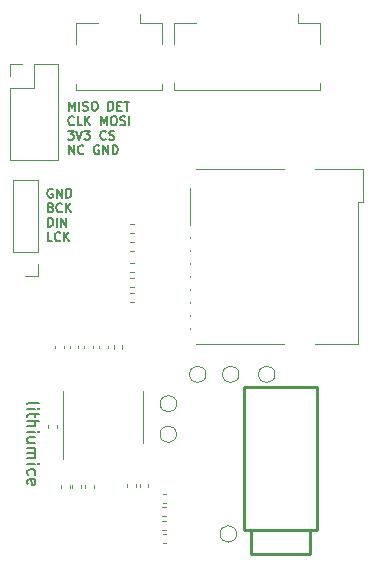
<source format=gbr>
%TF.GenerationSoftware,KiCad,Pcbnew,(6.0.0-rc1-323-gb9e66d8b98)*%
%TF.CreationDate,2021-12-29T00:01:45+08:00*%
%TF.ProjectId,AudioExtendBoard,41756469-6f45-4787-9465-6e64426f6172,rev?*%
%TF.SameCoordinates,Original*%
%TF.FileFunction,Legend,Top*%
%TF.FilePolarity,Positive*%
%FSLAX46Y46*%
G04 Gerber Fmt 4.6, Leading zero omitted, Abs format (unit mm)*
G04 Created by KiCad (PCBNEW (6.0.0-rc1-323-gb9e66d8b98)) date 2021-12-29 00:01:45*
%MOMM*%
%LPD*%
G01*
G04 APERTURE LIST*
%ADD10C,0.127000*%
%ADD11C,0.150000*%
%ADD12C,0.120000*%
%ADD13C,0.254000*%
%ADD14C,0.102000*%
%ADD15C,0.100000*%
G04 APERTURE END LIST*
D10*
X170697978Y-88420484D02*
X170697978Y-87658484D01*
X170951978Y-88202770D01*
X171205978Y-87658484D01*
X171205978Y-88420484D01*
X171568835Y-88420484D02*
X171568835Y-87658484D01*
X171895407Y-88384198D02*
X172004264Y-88420484D01*
X172185692Y-88420484D01*
X172258264Y-88384198D01*
X172294550Y-88347912D01*
X172330835Y-88275341D01*
X172330835Y-88202770D01*
X172294550Y-88130198D01*
X172258264Y-88093912D01*
X172185692Y-88057627D01*
X172040550Y-88021341D01*
X171967978Y-87985055D01*
X171931692Y-87948770D01*
X171895407Y-87876198D01*
X171895407Y-87803627D01*
X171931692Y-87731055D01*
X171967978Y-87694770D01*
X172040550Y-87658484D01*
X172221978Y-87658484D01*
X172330835Y-87694770D01*
X172802550Y-87658484D02*
X172947692Y-87658484D01*
X173020264Y-87694770D01*
X173092835Y-87767341D01*
X173129121Y-87912484D01*
X173129121Y-88166484D01*
X173092835Y-88311627D01*
X173020264Y-88384198D01*
X172947692Y-88420484D01*
X172802550Y-88420484D01*
X172729978Y-88384198D01*
X172657407Y-88311627D01*
X172621121Y-88166484D01*
X172621121Y-87912484D01*
X172657407Y-87767341D01*
X172729978Y-87694770D01*
X172802550Y-87658484D01*
X174036264Y-88420484D02*
X174036264Y-87658484D01*
X174217692Y-87658484D01*
X174326550Y-87694770D01*
X174399121Y-87767341D01*
X174435407Y-87839912D01*
X174471692Y-87985055D01*
X174471692Y-88093912D01*
X174435407Y-88239055D01*
X174399121Y-88311627D01*
X174326550Y-88384198D01*
X174217692Y-88420484D01*
X174036264Y-88420484D01*
X174798264Y-88021341D02*
X175052264Y-88021341D01*
X175161121Y-88420484D02*
X174798264Y-88420484D01*
X174798264Y-87658484D01*
X175161121Y-87658484D01*
X175378835Y-87658484D02*
X175814264Y-87658484D01*
X175596550Y-88420484D02*
X175596550Y-87658484D01*
X171133407Y-89574732D02*
X171097121Y-89611018D01*
X170988264Y-89647304D01*
X170915692Y-89647304D01*
X170806835Y-89611018D01*
X170734264Y-89538447D01*
X170697978Y-89465875D01*
X170661692Y-89320732D01*
X170661692Y-89211875D01*
X170697978Y-89066732D01*
X170734264Y-88994161D01*
X170806835Y-88921590D01*
X170915692Y-88885304D01*
X170988264Y-88885304D01*
X171097121Y-88921590D01*
X171133407Y-88957875D01*
X171822835Y-89647304D02*
X171459978Y-89647304D01*
X171459978Y-88885304D01*
X172076835Y-89647304D02*
X172076835Y-88885304D01*
X172512264Y-89647304D02*
X172185692Y-89211875D01*
X172512264Y-88885304D02*
X172076835Y-89320732D01*
X173419407Y-89647304D02*
X173419407Y-88885304D01*
X173673407Y-89429590D01*
X173927407Y-88885304D01*
X173927407Y-89647304D01*
X174435407Y-88885304D02*
X174580550Y-88885304D01*
X174653121Y-88921590D01*
X174725692Y-88994161D01*
X174761978Y-89139304D01*
X174761978Y-89393304D01*
X174725692Y-89538447D01*
X174653121Y-89611018D01*
X174580550Y-89647304D01*
X174435407Y-89647304D01*
X174362835Y-89611018D01*
X174290264Y-89538447D01*
X174253978Y-89393304D01*
X174253978Y-89139304D01*
X174290264Y-88994161D01*
X174362835Y-88921590D01*
X174435407Y-88885304D01*
X175052264Y-89611018D02*
X175161121Y-89647304D01*
X175342550Y-89647304D01*
X175415121Y-89611018D01*
X175451407Y-89574732D01*
X175487692Y-89502161D01*
X175487692Y-89429590D01*
X175451407Y-89357018D01*
X175415121Y-89320732D01*
X175342550Y-89284447D01*
X175197407Y-89248161D01*
X175124835Y-89211875D01*
X175088550Y-89175590D01*
X175052264Y-89103018D01*
X175052264Y-89030447D01*
X175088550Y-88957875D01*
X175124835Y-88921590D01*
X175197407Y-88885304D01*
X175378835Y-88885304D01*
X175487692Y-88921590D01*
X175814264Y-89647304D02*
X175814264Y-88885304D01*
X170625407Y-90112124D02*
X171097121Y-90112124D01*
X170843121Y-90402410D01*
X170951978Y-90402410D01*
X171024550Y-90438695D01*
X171060835Y-90474981D01*
X171097121Y-90547552D01*
X171097121Y-90728981D01*
X171060835Y-90801552D01*
X171024550Y-90837838D01*
X170951978Y-90874124D01*
X170734264Y-90874124D01*
X170661692Y-90837838D01*
X170625407Y-90801552D01*
X171314835Y-90112124D02*
X171568835Y-90874124D01*
X171822835Y-90112124D01*
X172004264Y-90112124D02*
X172475978Y-90112124D01*
X172221978Y-90402410D01*
X172330835Y-90402410D01*
X172403407Y-90438695D01*
X172439692Y-90474981D01*
X172475978Y-90547552D01*
X172475978Y-90728981D01*
X172439692Y-90801552D01*
X172403407Y-90837838D01*
X172330835Y-90874124D01*
X172113121Y-90874124D01*
X172040550Y-90837838D01*
X172004264Y-90801552D01*
X173818550Y-90801552D02*
X173782264Y-90837838D01*
X173673407Y-90874124D01*
X173600835Y-90874124D01*
X173491978Y-90837838D01*
X173419407Y-90765267D01*
X173383121Y-90692695D01*
X173346835Y-90547552D01*
X173346835Y-90438695D01*
X173383121Y-90293552D01*
X173419407Y-90220981D01*
X173491978Y-90148410D01*
X173600835Y-90112124D01*
X173673407Y-90112124D01*
X173782264Y-90148410D01*
X173818550Y-90184695D01*
X174108835Y-90837838D02*
X174217692Y-90874124D01*
X174399121Y-90874124D01*
X174471692Y-90837838D01*
X174507978Y-90801552D01*
X174544264Y-90728981D01*
X174544264Y-90656410D01*
X174507978Y-90583838D01*
X174471692Y-90547552D01*
X174399121Y-90511267D01*
X174253978Y-90474981D01*
X174181407Y-90438695D01*
X174145121Y-90402410D01*
X174108835Y-90329838D01*
X174108835Y-90257267D01*
X174145121Y-90184695D01*
X174181407Y-90148410D01*
X174253978Y-90112124D01*
X174435407Y-90112124D01*
X174544264Y-90148410D01*
X170697978Y-92100944D02*
X170697978Y-91338944D01*
X171133407Y-92100944D01*
X171133407Y-91338944D01*
X171931692Y-92028372D02*
X171895407Y-92064658D01*
X171786550Y-92100944D01*
X171713978Y-92100944D01*
X171605121Y-92064658D01*
X171532550Y-91992087D01*
X171496264Y-91919515D01*
X171459978Y-91774372D01*
X171459978Y-91665515D01*
X171496264Y-91520372D01*
X171532550Y-91447801D01*
X171605121Y-91375230D01*
X171713978Y-91338944D01*
X171786550Y-91338944D01*
X171895407Y-91375230D01*
X171931692Y-91411515D01*
X173237978Y-91375230D02*
X173165407Y-91338944D01*
X173056550Y-91338944D01*
X172947692Y-91375230D01*
X172875121Y-91447801D01*
X172838835Y-91520372D01*
X172802550Y-91665515D01*
X172802550Y-91774372D01*
X172838835Y-91919515D01*
X172875121Y-91992087D01*
X172947692Y-92064658D01*
X173056550Y-92100944D01*
X173129121Y-92100944D01*
X173237978Y-92064658D01*
X173274264Y-92028372D01*
X173274264Y-91774372D01*
X173129121Y-91774372D01*
X173600835Y-92100944D02*
X173600835Y-91338944D01*
X174036264Y-92100944D01*
X174036264Y-91338944D01*
X174399121Y-92100944D02*
X174399121Y-91338944D01*
X174580550Y-91338944D01*
X174689407Y-91375230D01*
X174761978Y-91447801D01*
X174798264Y-91520372D01*
X174834550Y-91665515D01*
X174834550Y-91774372D01*
X174798264Y-91919515D01*
X174761978Y-91992087D01*
X174689407Y-92064658D01*
X174580550Y-92100944D01*
X174399121Y-92100944D01*
D11*
X167187619Y-113276476D02*
X167235238Y-113181238D01*
X167330476Y-113133619D01*
X168187619Y-113133619D01*
X167187619Y-113657428D02*
X167854285Y-113657428D01*
X168187619Y-113657428D02*
X168140000Y-113609809D01*
X168092380Y-113657428D01*
X168140000Y-113705047D01*
X168187619Y-113657428D01*
X168092380Y-113657428D01*
X167854285Y-113990761D02*
X167854285Y-114371714D01*
X168187619Y-114133619D02*
X167330476Y-114133619D01*
X167235238Y-114181238D01*
X167187619Y-114276476D01*
X167187619Y-114371714D01*
X167187619Y-114705047D02*
X168187619Y-114705047D01*
X167187619Y-115133619D02*
X167711428Y-115133619D01*
X167806666Y-115086000D01*
X167854285Y-114990761D01*
X167854285Y-114847904D01*
X167806666Y-114752666D01*
X167759047Y-114705047D01*
X167187619Y-115609809D02*
X167854285Y-115609809D01*
X168187619Y-115609809D02*
X168140000Y-115562190D01*
X168092380Y-115609809D01*
X168140000Y-115657428D01*
X168187619Y-115609809D01*
X168092380Y-115609809D01*
X167854285Y-116514571D02*
X167187619Y-116514571D01*
X167854285Y-116086000D02*
X167330476Y-116086000D01*
X167235238Y-116133619D01*
X167187619Y-116228857D01*
X167187619Y-116371714D01*
X167235238Y-116466952D01*
X167282857Y-116514571D01*
X167187619Y-116990761D02*
X167854285Y-116990761D01*
X167759047Y-116990761D02*
X167806666Y-117038380D01*
X167854285Y-117133619D01*
X167854285Y-117276476D01*
X167806666Y-117371714D01*
X167711428Y-117419333D01*
X167187619Y-117419333D01*
X167711428Y-117419333D02*
X167806666Y-117466952D01*
X167854285Y-117562190D01*
X167854285Y-117705047D01*
X167806666Y-117800285D01*
X167711428Y-117847904D01*
X167187619Y-117847904D01*
X167187619Y-118324095D02*
X167854285Y-118324095D01*
X168187619Y-118324095D02*
X168140000Y-118276476D01*
X168092380Y-118324095D01*
X168140000Y-118371714D01*
X168187619Y-118324095D01*
X168092380Y-118324095D01*
X167235238Y-119228857D02*
X167187619Y-119133619D01*
X167187619Y-118943142D01*
X167235238Y-118847904D01*
X167282857Y-118800285D01*
X167378095Y-118752666D01*
X167663809Y-118752666D01*
X167759047Y-118800285D01*
X167806666Y-118847904D01*
X167854285Y-118943142D01*
X167854285Y-119133619D01*
X167806666Y-119228857D01*
X167235238Y-120038380D02*
X167187619Y-119943142D01*
X167187619Y-119752666D01*
X167235238Y-119657428D01*
X167330476Y-119609809D01*
X167711428Y-119609809D01*
X167806666Y-119657428D01*
X167854285Y-119752666D01*
X167854285Y-119943142D01*
X167806666Y-120038380D01*
X167711428Y-120086000D01*
X167616190Y-120086000D01*
X167520952Y-119609809D01*
D10*
X169319121Y-95060770D02*
X169246550Y-95024484D01*
X169137692Y-95024484D01*
X169028835Y-95060770D01*
X168956264Y-95133341D01*
X168919978Y-95205912D01*
X168883692Y-95351055D01*
X168883692Y-95459912D01*
X168919978Y-95605055D01*
X168956264Y-95677627D01*
X169028835Y-95750198D01*
X169137692Y-95786484D01*
X169210264Y-95786484D01*
X169319121Y-95750198D01*
X169355407Y-95713912D01*
X169355407Y-95459912D01*
X169210264Y-95459912D01*
X169681978Y-95786484D02*
X169681978Y-95024484D01*
X170117407Y-95786484D01*
X170117407Y-95024484D01*
X170480264Y-95786484D02*
X170480264Y-95024484D01*
X170661692Y-95024484D01*
X170770550Y-95060770D01*
X170843121Y-95133341D01*
X170879407Y-95205912D01*
X170915692Y-95351055D01*
X170915692Y-95459912D01*
X170879407Y-95605055D01*
X170843121Y-95677627D01*
X170770550Y-95750198D01*
X170661692Y-95786484D01*
X170480264Y-95786484D01*
X169173978Y-96614161D02*
X169282835Y-96650447D01*
X169319121Y-96686732D01*
X169355407Y-96759304D01*
X169355407Y-96868161D01*
X169319121Y-96940732D01*
X169282835Y-96977018D01*
X169210264Y-97013304D01*
X168919978Y-97013304D01*
X168919978Y-96251304D01*
X169173978Y-96251304D01*
X169246550Y-96287590D01*
X169282835Y-96323875D01*
X169319121Y-96396447D01*
X169319121Y-96469018D01*
X169282835Y-96541590D01*
X169246550Y-96577875D01*
X169173978Y-96614161D01*
X168919978Y-96614161D01*
X170117407Y-96940732D02*
X170081121Y-96977018D01*
X169972264Y-97013304D01*
X169899692Y-97013304D01*
X169790835Y-96977018D01*
X169718264Y-96904447D01*
X169681978Y-96831875D01*
X169645692Y-96686732D01*
X169645692Y-96577875D01*
X169681978Y-96432732D01*
X169718264Y-96360161D01*
X169790835Y-96287590D01*
X169899692Y-96251304D01*
X169972264Y-96251304D01*
X170081121Y-96287590D01*
X170117407Y-96323875D01*
X170443978Y-97013304D02*
X170443978Y-96251304D01*
X170879407Y-97013304D02*
X170552835Y-96577875D01*
X170879407Y-96251304D02*
X170443978Y-96686732D01*
X168919978Y-98240124D02*
X168919978Y-97478124D01*
X169101407Y-97478124D01*
X169210264Y-97514410D01*
X169282835Y-97586981D01*
X169319121Y-97659552D01*
X169355407Y-97804695D01*
X169355407Y-97913552D01*
X169319121Y-98058695D01*
X169282835Y-98131267D01*
X169210264Y-98203838D01*
X169101407Y-98240124D01*
X168919978Y-98240124D01*
X169681978Y-98240124D02*
X169681978Y-97478124D01*
X170044835Y-98240124D02*
X170044835Y-97478124D01*
X170480264Y-98240124D01*
X170480264Y-97478124D01*
X169282835Y-99466944D02*
X168919978Y-99466944D01*
X168919978Y-98704944D01*
X169972264Y-99394372D02*
X169935978Y-99430658D01*
X169827121Y-99466944D01*
X169754550Y-99466944D01*
X169645692Y-99430658D01*
X169573121Y-99358087D01*
X169536835Y-99285515D01*
X169500550Y-99140372D01*
X169500550Y-99031515D01*
X169536835Y-98886372D01*
X169573121Y-98813801D01*
X169645692Y-98741230D01*
X169754550Y-98704944D01*
X169827121Y-98704944D01*
X169935978Y-98741230D01*
X169972264Y-98777515D01*
X170298835Y-99466944D02*
X170298835Y-98704944D01*
X170734264Y-99466944D02*
X170407692Y-99031515D01*
X170734264Y-98704944D02*
X170298835Y-99140372D01*
D12*
%TO.C,J5*%
X178600000Y-82800000D02*
X178600000Y-81000000D01*
X178600000Y-81000000D02*
X176750000Y-81000000D01*
X178600000Y-86120000D02*
X178600000Y-86670000D01*
X178600000Y-86670000D02*
X171280000Y-86670000D01*
X171280000Y-81000000D02*
X173130000Y-81000000D01*
X176750000Y-81000000D02*
X176750000Y-80260000D01*
X171280000Y-86670000D02*
X171280000Y-86120000D01*
X171280000Y-82800000D02*
X171280000Y-81000000D01*
%TO.C,U1*%
X176995000Y-114330000D02*
X176995000Y-116530000D01*
X176995000Y-114330000D02*
X176995000Y-112130000D01*
X170225000Y-114330000D02*
X170225000Y-117930000D01*
X170225000Y-114330000D02*
X170225000Y-112130000D01*
%TO.C,C1*%
X170775000Y-108316665D02*
X170775000Y-108548335D01*
X171495000Y-108316665D02*
X171495000Y-108548335D01*
D13*
%TO.C,PHONE1*%
X191728500Y-123947500D02*
X185528500Y-123947500D01*
X191728500Y-111847500D02*
X191728500Y-123947500D01*
X186088500Y-125947500D02*
X186088500Y-123947500D01*
X191088500Y-123947500D02*
X191088500Y-125947500D01*
X185528500Y-123947500D02*
X185528500Y-111847500D01*
X185528500Y-111847500D02*
X191728500Y-111847500D01*
X191088500Y-125947500D02*
X186088500Y-125947500D01*
D12*
%TO.C,C6*%
X168970000Y-115044165D02*
X168970000Y-115275835D01*
X169690000Y-115044165D02*
X169690000Y-115275835D01*
%TO.C,C12*%
X178696665Y-121600000D02*
X178928335Y-121600000D01*
X178696665Y-120880000D02*
X178928335Y-120880000D01*
%TO.C,TP1*%
X179810000Y-115810000D02*
G75*
G03*
X179810000Y-115810000I-700000J0D01*
G01*
%TO.C,C3*%
X169537500Y-108316665D02*
X169537500Y-108548335D01*
X170257500Y-108316665D02*
X170257500Y-108548335D01*
%TO.C,C5*%
X176360000Y-120265835D02*
X176360000Y-120034165D01*
X175640000Y-120265835D02*
X175640000Y-120034165D01*
%TO.C,TP6*%
X185104000Y-110744000D02*
G75*
G03*
X185104000Y-110744000I-700000J0D01*
G01*
%TO.C,C2*%
X171710000Y-120348335D02*
X171710000Y-120116665D01*
X170990000Y-120348335D02*
X170990000Y-120116665D01*
%TO.C,TP5*%
X182310000Y-110744000D02*
G75*
G03*
X182310000Y-110744000I-700000J0D01*
G01*
%TO.C,R8*%
X178960121Y-122753333D02*
X178624879Y-122753333D01*
X178960121Y-121993333D02*
X178624879Y-121993333D01*
%TO.C,C8*%
X177400000Y-120265835D02*
X177400000Y-120034165D01*
X176680000Y-120265835D02*
X176680000Y-120034165D01*
%TO.C,C7*%
X172090000Y-120348335D02*
X172090000Y-120116665D01*
X172810000Y-120348335D02*
X172810000Y-120116665D01*
%TO.C,C4*%
X170040000Y-120348335D02*
X170040000Y-120116665D01*
X170760000Y-120348335D02*
X170760000Y-120116665D01*
%TO.C,R1*%
X175872379Y-98030000D02*
X176207621Y-98030000D01*
X175872379Y-98790000D02*
X176207621Y-98790000D01*
%TO.C,R6*%
X174477500Y-108284879D02*
X174477500Y-108620121D01*
X175237500Y-108284879D02*
X175237500Y-108620121D01*
%TO.C,R4*%
X175893379Y-103355000D02*
X176228621Y-103355000D01*
X175893379Y-102595000D02*
X176228621Y-102595000D01*
%TO.C,J2*%
X165680000Y-86520000D02*
X165680000Y-92580000D01*
X165680000Y-84460000D02*
X166740000Y-84460000D01*
X169800000Y-84460000D02*
X169800000Y-92580000D01*
X167740000Y-84460000D02*
X169800000Y-84460000D01*
X165680000Y-92580000D02*
X169800000Y-92580000D01*
X165680000Y-85520000D02*
X165680000Y-84460000D01*
X165680000Y-86520000D02*
X167740000Y-86520000D01*
X167740000Y-86520000D02*
X167740000Y-84460000D01*
%TO.C,R7*%
X178960121Y-123136666D02*
X178624879Y-123136666D01*
X178960121Y-123896666D02*
X178624879Y-123896666D01*
%TO.C,TP3*%
X184900000Y-124250000D02*
G75*
G03*
X184900000Y-124250000I-700000J0D01*
G01*
%TO.C,C10*%
X173970000Y-108316665D02*
X173970000Y-108548335D01*
X173250000Y-108316665D02*
X173250000Y-108548335D01*
%TO.C,TP4*%
X188152000Y-110744000D02*
G75*
G03*
X188152000Y-110744000I-700000J0D01*
G01*
%TO.C,R5*%
X175893379Y-103880000D02*
X176228621Y-103880000D01*
X175893379Y-104640000D02*
X176228621Y-104640000D01*
%TO.C,J3*%
X165950000Y-100380000D02*
X165950000Y-94320000D01*
X168070000Y-100380000D02*
X168070000Y-94320000D01*
X168070000Y-100380000D02*
X165950000Y-100380000D01*
X168070000Y-94320000D02*
X165950000Y-94320000D01*
X168070000Y-102440000D02*
X167010000Y-102440000D01*
X168070000Y-101380000D02*
X168070000Y-102440000D01*
%TO.C,J4*%
X179620000Y-86640000D02*
X179620000Y-86090000D01*
X179620000Y-82770000D02*
X179620000Y-80970000D01*
X179620000Y-80970000D02*
X181470000Y-80970000D01*
X191940000Y-86640000D02*
X179620000Y-86640000D01*
X190090000Y-80970000D02*
X190090000Y-80230000D01*
X191940000Y-86090000D02*
X191940000Y-86640000D01*
X191940000Y-82770000D02*
X191940000Y-80970000D01*
X191940000Y-80970000D02*
X190090000Y-80970000D01*
%TO.C,TP2*%
X179830000Y-113230000D02*
G75*
G03*
X179830000Y-113230000I-700000J0D01*
G01*
%TO.C,R3*%
X175893379Y-102070000D02*
X176228621Y-102070000D01*
X175893379Y-101310000D02*
X176228621Y-101310000D01*
%TO.C,R2*%
X175862379Y-99500000D02*
X176197621Y-99500000D01*
X175862379Y-100260000D02*
X176197621Y-100260000D01*
D14*
%TO.C,J1*%
X195137000Y-108194000D02*
X195138000Y-96181000D01*
X180940000Y-100280000D02*
X180940000Y-100193000D01*
X191523000Y-93394000D02*
X195637000Y-93394000D01*
X180940000Y-104673000D02*
X180940000Y-104586000D01*
X195635000Y-96181000D02*
X195637000Y-93394000D01*
X180940000Y-99183000D02*
X180940000Y-99093000D01*
X180940000Y-105771000D02*
X180940000Y-105682000D01*
X181427000Y-108194000D02*
X188927000Y-108194000D01*
X191523000Y-108194000D02*
X195136000Y-108194000D01*
X180940000Y-102478000D02*
X180940000Y-102389000D01*
X181427000Y-93394000D02*
X188927000Y-93394000D01*
D15*
X195138000Y-96181000D02*
X195635000Y-96181000D01*
D14*
X180940000Y-103576000D02*
X180940000Y-103488000D01*
X180940000Y-106874000D02*
X180940000Y-106780000D01*
X180940000Y-98084000D02*
X180940000Y-94939000D01*
X180940000Y-101379000D02*
X180940000Y-101289000D01*
D12*
%TO.C,C11*%
X178928335Y-124290000D02*
X178696665Y-124290000D01*
X178928335Y-125010000D02*
X178696665Y-125010000D01*
%TO.C,C9*%
X172732500Y-108316665D02*
X172732500Y-108548335D01*
X172012500Y-108316665D02*
X172012500Y-108548335D01*
%TD*%
M02*

</source>
